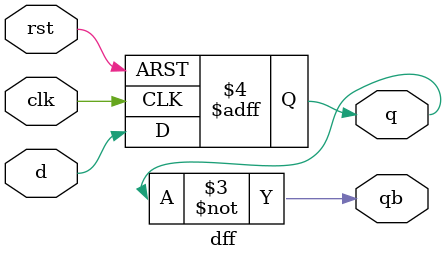
<source format=v>
module dff (q, qb, d, clk, rst);
output reg q;
output qb;
input d, clk, rst;

always @(posedge clk or negedge rst) begin
if (!rst)
q = 0; // Reset q to 0 asynchronously when rst is active (low)
else
q = d; // Update q to d on the rising edge of clk
end

assign qb = ~q; // Complement of q
endmodule

</source>
